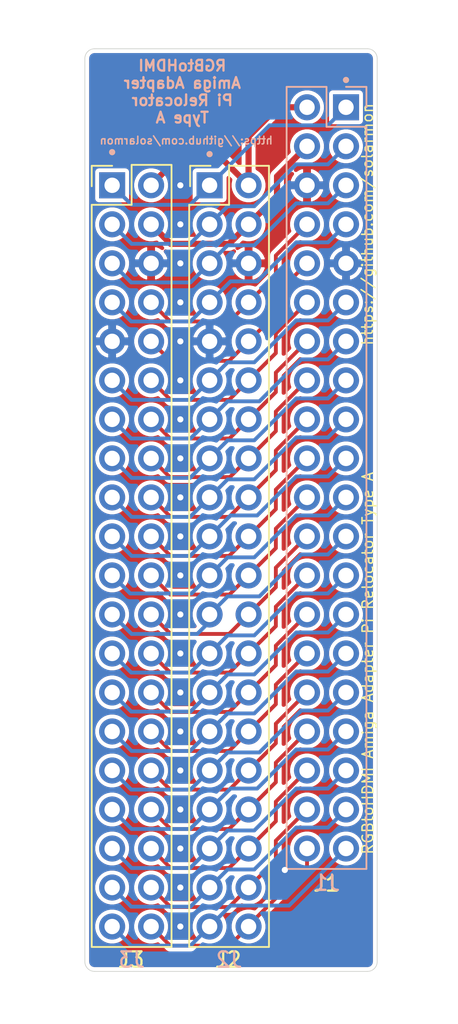
<source format=kicad_pcb>
(kicad_pcb (version 20171130) (host pcbnew "(5.1.9)-1")
  (title_block (title "RGBtoHDMI-Adapter Type A") (date 2021-02-07) (rev 1))
  (layers (0 F.Cu signal) (31 B.Cu signal) (34 B.Paste user) (35 F.Paste user) (36 B.SilkS user) (37 F.SilkS user) (38 B.Mask user) (39 F.Mask user) (44 Edge.Cuts user))
  (net 0 "")
  (net 1 Pin40)
  (net 2 Pin39)
  (net 3 Pin38)
  (net 4 Pin37)
  (net 5 Pin36)
  (net 6 Pin35)
  (net 7 Pin34)
  (net 8 Pin33)
  (net 9 Pin32)
  (net 10 Pin31)
  (net 11 Pin30)
  (net 12 Pin29)
  (net 13 Pin28)
  (net 14 Pin27)
  (net 15 Pin26)
  (net 16 Pin25)
  (net 17 Pin24)
  (net 18 Pin23)
  (net 19 Pin22)
  (net 20 Pin21)
  (net 21 Pin20)
  (net 22 Pin19)
  (net 23 Pin18)
  (net 24 Pin17)
  (net 25 Pin16)
  (net 26 Pin15)
  (net 27 Pin14)
  (net 28 Pin13)
  (net 29 Pin12)
  (net 30 Pin11)
  (net 31 Pin10)
  (net 32 Pin8)
  (net 33 Pin7)
  (net 34 Pin5)
  (net 35 Pin4)
  (net 36 Pin3)
  (net 37 Pin2)
  (net 38 Pin1)
  (net 39 GND)
  (module Connector_PinSocket_2.54mm:PinSocket_2x20_P2.54mm_Vertical (layer F.Cu) (at 93.345 45.72)
    (fp_text reference J3 (at -1.2954 50.419) (layer F.SilkS))
    (fp_text value Conn_02x20_Odd_Even)
    (fp_line (start -3.87 -1.27) (end -2.54 -1.27) (layer F.SilkS) (width 0.12))
    (fp_line (start -3.87 -1.27) (end -3.87 0.06) (layer F.SilkS) (width 0.12))
    (fp_line (start -1.27 -1.33) (end -1.27 1.27) (layer F.SilkS) (width 0.12))
    (fp_line (start -3.87 1.27) (end -1.27 1.27) (layer F.SilkS) (width 0.12))
    (fp_line (start 1.33 -1.33) (end 1.33 49.59) (layer F.SilkS) (width 0.12))
    (fp_line (start -3.87 49.59) (end 1.33 49.59) (layer F.SilkS) (width 0.12))
    (fp_line (start -3.87 1.27) (end -3.87 49.59) (layer F.SilkS) (width 0.12))
    (fp_line (start -1.27 -1.33) (end 1.33 -1.33) (layer F.SilkS) (width 0.12))
    (pad 40 thru_hole oval (at 0 48.26) (size 1.7 1.7) (drill 1) (layers *.Cu *.Mask) (net 1 Pin40))
    (pad 39 thru_hole oval (at -2.54 48.26) (size 1.7 1.7) (drill 1) (layers *.Cu *.Mask) (net 2 Pin39))
    (pad 38 thru_hole oval (at 0 45.72) (size 1.7 1.7) (drill 1) (layers *.Cu *.Mask) (net 3 Pin38))
    (pad 37 thru_hole oval (at -2.54 45.72) (size 1.7 1.7) (drill 1) (layers *.Cu *.Mask) (net 4 Pin37))
    (pad 36 thru_hole oval (at 0 43.18) (size 1.7 1.7) (drill 1) (layers *.Cu *.Mask) (net 5 Pin36))
    (pad 35 thru_hole oval (at -2.54 43.18) (size 1.7 1.7) (drill 1) (layers *.Cu *.Mask) (net 6 Pin35))
    (pad 34 thru_hole oval (at 0 40.64) (size 1.7 1.7) (drill 1) (layers *.Cu *.Mask) (net 7 Pin34))
    (pad 33 thru_hole oval (at -2.54 40.64) (size 1.7 1.7) (drill 1) (layers *.Cu *.Mask) (net 8 Pin33))
    (pad 32 thru_hole oval (at 0 38.1) (size 1.7 1.7) (drill 1) (layers *.Cu *.Mask) (net 9 Pin32))
    (pad 31 thru_hole oval (at -2.54 38.1) (size 1.7 1.7) (drill 1) (layers *.Cu *.Mask) (net 10 Pin31))
    (pad 30 thru_hole oval (at 0 35.56) (size 1.7 1.7) (drill 1) (layers *.Cu *.Mask) (net 11 Pin30))
    (pad 29 thru_hole oval (at -2.54 35.56) (size 1.7 1.7) (drill 1) (layers *.Cu *.Mask) (net 12 Pin29))
    (pad 28 thru_hole oval (at 0 33.02) (size 1.7 1.7) (drill 1) (layers *.Cu *.Mask) (net 13 Pin28))
    (pad 27 thru_hole oval (at -2.54 33.02) (size 1.7 1.7) (drill 1) (layers *.Cu *.Mask) (net 14 Pin27))
    (pad 26 thru_hole oval (at 0 30.48) (size 1.7 1.7) (drill 1) (layers *.Cu *.Mask) (net 15 Pin26))
    (pad 25 thru_hole oval (at -2.54 30.48) (size 1.7 1.7) (drill 1) (layers *.Cu *.Mask) (net 16 Pin25))
    (pad 24 thru_hole oval (at 0 27.94) (size 1.7 1.7) (drill 1) (layers *.Cu *.Mask) (net 17 Pin24))
    (pad 23 thru_hole oval (at -2.54 27.94) (size 1.7 1.7) (drill 1) (layers *.Cu *.Mask) (net 18 Pin23))
    (pad 22 thru_hole oval (at 0 25.4) (size 1.7 1.7) (drill 1) (layers *.Cu *.Mask) (net 19 Pin22))
    (pad 21 thru_hole oval (at -2.54 25.4) (size 1.7 1.7) (drill 1) (layers *.Cu *.Mask) (net 20 Pin21))
    (pad 20 thru_hole oval (at 0 22.86) (size 1.7 1.7) (drill 1) (layers *.Cu *.Mask) (net 21 Pin20))
    (pad 19 thru_hole oval (at -2.54 22.86) (size 1.7 1.7) (drill 1) (layers *.Cu *.Mask) (net 22 Pin19))
    (pad 18 thru_hole oval (at 0 20.32) (size 1.7 1.7) (drill 1) (layers *.Cu *.Mask) (net 23 Pin18))
    (pad 17 thru_hole oval (at -2.54 20.32) (size 1.7 1.7) (drill 1) (layers *.Cu *.Mask) (net 24 Pin17))
    (pad 16 thru_hole oval (at 0 17.78) (size 1.7 1.7) (drill 1) (layers *.Cu *.Mask) (net 25 Pin16))
    (pad 15 thru_hole oval (at -2.54 17.78) (size 1.7 1.7) (drill 1) (layers *.Cu *.Mask) (net 26 Pin15))
    (pad 14 thru_hole oval (at 0 15.24) (size 1.7 1.7) (drill 1) (layers *.Cu *.Mask) (net 27 Pin14))
    (pad 13 thru_hole oval (at -2.54 15.24) (size 1.7 1.7) (drill 1) (layers *.Cu *.Mask) (net 28 Pin13))
    (pad 12 thru_hole oval (at 0 12.7) (size 1.7 1.7) (drill 1) (layers *.Cu *.Mask) (net 29 Pin12))
    (pad 11 thru_hole oval (at -2.54 12.7) (size 1.7 1.7) (drill 1) (layers *.Cu *.Mask) (net 30 Pin11))
    (pad 10 thru_hole oval (at 0 10.16) (size 1.7 1.7) (drill 1) (layers *.Cu *.Mask) (net 31 Pin10))
    (pad 9 thru_hole oval (at -2.54 10.16) (size 1.7 1.7) (drill 1) (layers *.Cu *.Mask) (net 39 GND))
    (pad 8 thru_hole oval (at 0 7.62) (size 1.7 1.7) (drill 1) (layers *.Cu *.Mask) (net 32 Pin8))
    (pad 7 thru_hole oval (at -2.54 7.62) (size 1.7 1.7) (drill 1) (layers *.Cu *.Mask) (net 33 Pin7))
    (pad 6 thru_hole oval (at 0 5.08) (size 1.7 1.7) (drill 1) (layers *.Cu *.Mask) (net 39 GND))
    (pad 5 thru_hole oval (at -2.54 5.08) (size 1.7 1.7) (drill 1) (layers *.Cu *.Mask) (net 34 Pin5))
    (pad 4 thru_hole oval (at 0 2.54) (size 1.7 1.7) (drill 1) (layers *.Cu *.Mask) (net 35 Pin4))
    (pad 3 thru_hole oval (at -2.54 2.54) (size 1.7 1.7) (drill 1) (layers *.Cu *.Mask) (net 36 Pin3))
    (pad 2 thru_hole oval (at 0 0) (size 1.7 1.7) (drill 1) (layers *.Cu *.Mask) (net 37 Pin2))
    (pad 1 thru_hole rect (at -2.54 0) (size 1.7 1.7) (drill 1) (layers *.Cu *.Mask) (net 38 Pin1))
  )
  (module Connector_PinSocket_2.54mm:PinSocket_2x20_P2.54mm_Vertical (layer F.Cu) (at 99.695 45.72)
    (fp_text reference J2 (at -1.3208 50.419) (layer F.SilkS))
    (fp_text value Conn_02x20_Odd_Even hide)
    (fp_line (start -3.81 -1.27) (end -2.48 -1.27) (layer F.SilkS) (width 0.12))
    (fp_line (start -3.81 -1.27) (end -3.81 0.06) (layer F.SilkS) (width 0.12))
    (fp_line (start -1.27 -1.33) (end -1.27 1.27) (layer F.SilkS) (width 0.12))
    (fp_line (start -3.87 1.27) (end -1.27 1.27) (layer F.SilkS) (width 0.12))
    (fp_line (start 1.33 -1.27) (end 1.33 49.59) (layer F.SilkS) (width 0.12))
    (fp_line (start -3.87 49.59) (end 1.33 49.59) (layer F.SilkS) (width 0.12))
    (fp_line (start -3.87 1.27) (end -3.87 49.59) (layer F.SilkS) (width 0.12))
    (fp_line (start -1.27 -1.27) (end 1.33 -1.27) (layer F.SilkS) (width 0.12))
    (pad 40 thru_hole oval (at 0 48.26) (size 1.7 1.7) (drill 1) (layers *.Cu *.Mask) (net 1 Pin40))
    (pad 39 thru_hole oval (at -2.54 48.26) (size 1.7 1.7) (drill 1) (layers *.Cu *.Mask) (net 2 Pin39))
    (pad 38 thru_hole oval (at 0 45.72) (size 1.7 1.7) (drill 1) (layers *.Cu *.Mask) (net 3 Pin38))
    (pad 37 thru_hole oval (at -2.54 45.72) (size 1.7 1.7) (drill 1) (layers *.Cu *.Mask) (net 4 Pin37))
    (pad 36 thru_hole oval (at 0 43.18) (size 1.7 1.7) (drill 1) (layers *.Cu *.Mask) (net 5 Pin36))
    (pad 35 thru_hole oval (at -2.54 43.18) (size 1.7 1.7) (drill 1) (layers *.Cu *.Mask) (net 6 Pin35))
    (pad 34 thru_hole oval (at 0 40.64) (size 1.7 1.7) (drill 1) (layers *.Cu *.Mask) (net 7 Pin34))
    (pad 33 thru_hole oval (at -2.54 40.64) (size 1.7 1.7) (drill 1) (layers *.Cu *.Mask) (net 8 Pin33))
    (pad 32 thru_hole oval (at 0 38.1) (size 1.7 1.7) (drill 1) (layers *.Cu *.Mask) (net 9 Pin32))
    (pad 31 thru_hole oval (at -2.54 38.1) (size 1.7 1.7) (drill 1) (layers *.Cu *.Mask) (net 10 Pin31))
    (pad 30 thru_hole oval (at 0 35.56) (size 1.7 1.7) (drill 1) (layers *.Cu *.Mask) (net 11 Pin30))
    (pad 29 thru_hole oval (at -2.54 35.56) (size 1.7 1.7) (drill 1) (layers *.Cu *.Mask) (net 12 Pin29))
    (pad 28 thru_hole oval (at 0 33.02) (size 1.7 1.7) (drill 1) (layers *.Cu *.Mask) (net 13 Pin28))
    (pad 27 thru_hole oval (at -2.54 33.02) (size 1.7 1.7) (drill 1) (layers *.Cu *.Mask) (net 14 Pin27))
    (pad 26 thru_hole oval (at 0 30.48) (size 1.7 1.7) (drill 1) (layers *.Cu *.Mask) (net 15 Pin26))
    (pad 25 thru_hole oval (at -2.54 30.48) (size 1.7 1.7) (drill 1) (layers *.Cu *.Mask) (net 16 Pin25))
    (pad 24 thru_hole oval (at 0 27.94) (size 1.7 1.7) (drill 1) (layers *.Cu *.Mask) (net 17 Pin24))
    (pad 23 thru_hole oval (at -2.54 27.94) (size 1.7 1.7) (drill 1) (layers *.Cu *.Mask) (net 18 Pin23))
    (pad 22 thru_hole oval (at 0 25.4) (size 1.7 1.7) (drill 1) (layers *.Cu *.Mask) (net 19 Pin22))
    (pad 21 thru_hole oval (at -2.54 25.4) (size 1.7 1.7) (drill 1) (layers *.Cu *.Mask) (net 20 Pin21))
    (pad 20 thru_hole oval (at 0 22.86) (size 1.7 1.7) (drill 1) (layers *.Cu *.Mask) (net 21 Pin20))
    (pad 19 thru_hole oval (at -2.54 22.86) (size 1.7 1.7) (drill 1) (layers *.Cu *.Mask) (net 22 Pin19))
    (pad 18 thru_hole oval (at 0 20.32) (size 1.7 1.7) (drill 1) (layers *.Cu *.Mask) (net 23 Pin18))
    (pad 17 thru_hole oval (at -2.54 20.32) (size 1.7 1.7) (drill 1) (layers *.Cu *.Mask) (net 24 Pin17))
    (pad 16 thru_hole oval (at 0 17.78) (size 1.7 1.7) (drill 1) (layers *.Cu *.Mask) (net 25 Pin16))
    (pad 15 thru_hole oval (at -2.54 17.78) (size 1.7 1.7) (drill 1) (layers *.Cu *.Mask) (net 26 Pin15))
    (pad 14 thru_hole oval (at 0 15.24) (size 1.7 1.7) (drill 1) (layers *.Cu *.Mask) (net 27 Pin14))
    (pad 13 thru_hole oval (at -2.54 15.24) (size 1.7 1.7) (drill 1) (layers *.Cu *.Mask) (net 28 Pin13))
    (pad 12 thru_hole oval (at 0 12.7) (size 1.7 1.7) (drill 1) (layers *.Cu *.Mask) (net 29 Pin12))
    (pad 11 thru_hole oval (at -2.54 12.7) (size 1.7 1.7) (drill 1) (layers *.Cu *.Mask) (net 30 Pin11))
    (pad 10 thru_hole oval (at 0 10.16) (size 1.7 1.7) (drill 1) (layers *.Cu *.Mask) (net 31 Pin10))
    (pad 9 thru_hole oval (at -2.54 10.16) (size 1.7 1.7) (drill 1) (layers *.Cu *.Mask) (net 39 GND))
    (pad 8 thru_hole oval (at 0 7.62) (size 1.7 1.7) (drill 1) (layers *.Cu *.Mask) (net 32 Pin8))
    (pad 7 thru_hole oval (at -2.54 7.62) (size 1.7 1.7) (drill 1) (layers *.Cu *.Mask) (net 33 Pin7))
    (pad 6 thru_hole oval (at 0 5.08) (size 1.7 1.7) (drill 1) (layers *.Cu *.Mask) (net 39 GND))
    (pad 5 thru_hole oval (at -2.54 5.08) (size 1.7 1.7) (drill 1) (layers *.Cu *.Mask) (net 34 Pin5))
    (pad 4 thru_hole oval (at 0 2.54) (size 1.7 1.7) (drill 1) (layers *.Cu *.Mask) (net 35 Pin4))
    (pad 3 thru_hole oval (at -2.54 2.54) (size 1.7 1.7) (drill 1) (layers *.Cu *.Mask) (net 36 Pin3))
    (pad 2 thru_hole oval (at 0 0) (size 1.7 1.7) (drill 1) (layers *.Cu *.Mask) (net 37 Pin2))
    (pad 1 thru_hole rect (at -2.54 0) (size 1.7 1.7) (drill 1) (layers *.Cu *.Mask) (net 38 Pin1))
  )
  (module Connector_PinHeader_2.54mm:PinHeader_2x20_P2.54mm_Vertical (layer B.Cu) (at 106.045 40.64 180)
    (fp_text reference J1 (at 1.2446 -50.4952) (layer B.SilkS) (effects (justify mirror)))
    (fp_text value Conn_02x20_Odd_Even)
    (fp_line (start -1.33 1.33) (end 0 1.33) (layer B.SilkS) (width 0.12))
    (fp_line (start -1.33 0) (end -1.33 1.33) (layer B.SilkS) (width 0.12))
    (fp_line (start 1.27 1.33) (end 3.87 1.33) (layer B.SilkS) (width 0.12))
    (fp_line (start 1.27 -1.27) (end 1.27 1.33) (layer B.SilkS) (width 0.12))
    (fp_line (start -1.33 -1.27) (end 1.27 -1.27) (layer B.SilkS) (width 0.12))
    (fp_line (start 3.87 1.33) (end 3.87 -49.59) (layer B.SilkS) (width 0.12))
    (fp_line (start -1.33 -1.27) (end -1.33 -49.59) (layer B.SilkS) (width 0.12))
    (fp_line (start -1.33 -49.59) (end 3.87 -49.59) (layer B.SilkS) (width 0.12))
    (pad 40 thru_hole oval (at 2.54 -48.26 180) (size 1.7 1.7) (drill 1) (layers *.Cu *.Mask) (net 1 Pin40))
    (pad 39 thru_hole oval (at 0 -48.26 180) (size 1.7 1.7) (drill 1) (layers *.Cu *.Mask) (net 2 Pin39))
    (pad 38 thru_hole oval (at 2.54 -45.72 180) (size 1.7 1.7) (drill 1) (layers *.Cu *.Mask) (net 3 Pin38))
    (pad 37 thru_hole oval (at 0 -45.72 180) (size 1.7 1.7) (drill 1) (layers *.Cu *.Mask) (net 4 Pin37))
    (pad 36 thru_hole oval (at 2.54 -43.18 180) (size 1.7 1.7) (drill 1) (layers *.Cu *.Mask) (net 5 Pin36))
    (pad 35 thru_hole oval (at 0 -43.18 180) (size 1.7 1.7) (drill 1) (layers *.Cu *.Mask) (net 6 Pin35))
    (pad 34 thru_hole oval (at 2.54 -40.64 180) (size 1.7 1.7) (drill 1) (layers *.Cu *.Mask) (net 7 Pin34))
    (pad 33 thru_hole oval (at 0 -40.64 180) (size 1.7 1.7) (drill 1) (layers *.Cu *.Mask) (net 8 Pin33))
    (pad 32 thru_hole oval (at 2.54 -38.1 180) (size 1.7 1.7) (drill 1) (layers *.Cu *.Mask) (net 9 Pin32))
    (pad 31 thru_hole oval (at 0 -38.1 180) (size 1.7 1.7) (drill 1) (layers *.Cu *.Mask) (net 10 Pin31))
    (pad 30 thru_hole oval (at 2.54 -35.56 180) (size 1.7 1.7) (drill 1) (layers *.Cu *.Mask) (net 11 Pin30))
    (pad 29 thru_hole oval (at 0 -35.56 180) (size 1.7 1.7) (drill 1) (layers *.Cu *.Mask) (net 12 Pin29))
    (pad 28 thru_hole oval (at 2.54 -33.02 180) (size 1.7 1.7) (drill 1) (layers *.Cu *.Mask) (net 13 Pin28))
    (pad 27 thru_hole oval (at 0 -33.02 180) (size 1.7 1.7) (drill 1) (layers *.Cu *.Mask) (net 14 Pin27))
    (pad 26 thru_hole oval (at 2.54 -30.48 180) (size 1.7 1.7) (drill 1) (layers *.Cu *.Mask) (net 15 Pin26))
    (pad 25 thru_hole oval (at 0 -30.48 180) (size 1.7 1.7) (drill 1) (layers *.Cu *.Mask) (net 16 Pin25))
    (pad 24 thru_hole oval (at 2.54 -27.94 180) (size 1.7 1.7) (drill 1) (layers *.Cu *.Mask) (net 17 Pin24))
    (pad 23 thru_hole oval (at 0 -27.94 180) (size 1.7 1.7) (drill 1) (layers *.Cu *.Mask) (net 18 Pin23))
    (pad 22 thru_hole oval (at 2.54 -25.4 180) (size 1.7 1.7) (drill 1) (layers *.Cu *.Mask) (net 19 Pin22))
    (pad 21 thru_hole oval (at 0 -25.4 180) (size 1.7 1.7) (drill 1) (layers *.Cu *.Mask) (net 20 Pin21))
    (pad 20 thru_hole oval (at 2.54 -22.86 180) (size 1.7 1.7) (drill 1) (layers *.Cu *.Mask) (net 21 Pin20))
    (pad 19 thru_hole oval (at 0 -22.86 180) (size 1.7 1.7) (drill 1) (layers *.Cu *.Mask) (net 22 Pin19))
    (pad 18 thru_hole oval (at 2.54 -20.32 180) (size 1.7 1.7) (drill 1) (layers *.Cu *.Mask) (net 23 Pin18))
    (pad 17 thru_hole oval (at 0 -20.32 180) (size 1.7 1.7) (drill 1) (layers *.Cu *.Mask) (net 24 Pin17))
    (pad 16 thru_hole oval (at 2.54 -17.78 180) (size 1.7 1.7) (drill 1) (layers *.Cu *.Mask) (net 25 Pin16))
    (pad 15 thru_hole oval (at 0 -17.78 180) (size 1.7 1.7) (drill 1) (layers *.Cu *.Mask) (net 26 Pin15))
    (pad 14 thru_hole oval (at 2.54 -15.24 180) (size 1.7 1.7) (drill 1) (layers *.Cu *.Mask) (net 27 Pin14))
    (pad 13 thru_hole oval (at 0 -15.24 180) (size 1.7 1.7) (drill 1) (layers *.Cu *.Mask) (net 28 Pin13))
    (pad 12 thru_hole oval (at 2.54 -12.7 180) (size 1.7 1.7) (drill 1) (layers *.Cu *.Mask) (net 29 Pin12))
    (pad 11 thru_hole oval (at 0 -12.7 180) (size 1.7 1.7) (drill 1) (layers *.Cu *.Mask) (net 30 Pin11))
    (pad 10 thru_hole oval (at 2.54 -10.16 180) (size 1.7 1.7) (drill 1) (layers *.Cu *.Mask) (net 31 Pin10))
    (pad 9 thru_hole oval (at 0 -10.16 180) (size 1.7 1.7) (drill 1) (layers *.Cu *.Mask) (net 39 GND))
    (pad 8 thru_hole oval (at 2.54 -7.62 180) (size 1.7 1.7) (drill 1) (layers *.Cu *.Mask) (net 32 Pin8))
    (pad 7 thru_hole oval (at 0 -7.62 180) (size 1.7 1.7) (drill 1) (layers *.Cu *.Mask) (net 33 Pin7))
    (pad 6 thru_hole oval (at 2.54 -5.08 180) (size 1.7 1.7) (drill 1) (layers *.Cu *.Mask) (net 39 GND))
    (pad 5 thru_hole oval (at 0 -5.08 180) (size 1.7 1.7) (drill 1) (layers *.Cu *.Mask) (net 34 Pin5))
    (pad 4 thru_hole oval (at 2.54 -2.54 180) (size 1.7 1.7) (drill 1) (layers *.Cu *.Mask) (net 35 Pin4))
    (pad 3 thru_hole oval (at 0 -2.54 180) (size 1.7 1.7) (drill 1) (layers *.Cu *.Mask) (net 36 Pin3))
    (pad 2 thru_hole oval (at 2.54 0 180) (size 1.7 1.7) (drill 1) (layers *.Cu *.Mask) (net 37 Pin2))
    (pad 1 thru_hole rect (at 0 0 180) (size 1.7 1.7) (drill 1) (layers *.Cu *.Mask) (net 38 Pin1))
  )
  (gr_circle (center 90.805 43.561) (end 90.905 43.561) (layer B.SilkS) (width 0.2))
  (gr_circle (center 97.155 43.688) (end 97.255 43.688) (layer B.SilkS) (width 0.2))
  (gr_text J3 (at 92.075 96.139) (layer B.SilkS) (effects (font (size 1 1)) (justify mirror)))
  (gr_text J2 (at 98.425 96.139) (layer B.SilkS) (effects (font (size 1 1)) (justify mirror)))
  (gr_text J1 (at 104.775 91.186) (layer F.SilkS) (effects (font (size 1 1))))
  (gr_circle (center 106.045 38.862) (end 106.145 38.862) (layer F.SilkS) (width 0.2))
  (gr_text "RGBtoHDMI Amiga Adapter Pi Relocator Type A" (at 107.4674 76.835 90) (layer F.SilkS) (effects (font (size 0.7 0.7) (thickness 0.1))))
  (gr_text https://github.com/solarmon (at 95.631 42.799) (layer B.SilkS) (effects (font (size 0.5 0.5) (thickness 0.1)) (justify mirror)))
  (gr_circle (center 90.805 43.561) (end 90.905 43.561) (layer F.SilkS) (width 0.2))
  (gr_text https://github.com/solarmon (at 107.442 48.26 90) (layer F.SilkS) (effects (font (size 0.7 0.7) (thickness 0.1))))
  (gr_circle (center 97.155 43.688) (end 97.255 43.688) (layer F.SilkS) (width 0.2))
  (gr_circle (center 106.045 38.862) (end 106.145 38.862) (layer B.SilkS) (width 0.2))
  (gr_text "RGBtoHDMI\nAmiga Adapter\nPi Relocator\nType A" (at 95.377 39.624) (layer B.SilkS) (effects (font (size 0.7 0.7)) (justify mirror)))
  (gr_arc (start 107.442 37.465) (end 108.077 37.465) (angle -90) (layer Edge.Cuts) (width 0.05))
  (gr_arc (start 89.662 37.465) (end 89.662 36.83) (angle -90) (layer Edge.Cuts) (width 0.05))
  (gr_arc (start 89.662 96.266) (end 89.027 96.266) (angle -90) (layer Edge.Cuts) (width 0.05))
  (gr_arc (start 107.442 96.266) (end 107.442 96.901) (angle -90) (layer Edge.Cuts) (width 0.05))
  (gr_line (start 89.662 96.901) (end 107.442 96.901) (layer Edge.Cuts) (width 0.05))
  (gr_line (start 89.027 37.465) (end 89.027 96.266) (layer Edge.Cuts) (width 0.05))
  (gr_line (start 107.442 36.83) (end 89.662 36.83) (layer Edge.Cuts) (width 0.05))
  (gr_line (start 108.077 96.266) (end 108.077 37.465) (layer Edge.Cuts) (width 0.05))
  (segment (start 99.695 93.912081) (end 99.695 93.98) (width 0.25) (layer F.Cu) (net 1))
  (segment (start 103.505 90.102081) (end 99.695 93.912081) (width 0.25) (layer F.Cu) (net 1))
  (segment (start 103.505 88.9) (end 103.505 90.102081) (width 0.25) (layer F.Cu) (net 1))
  (segment (start 94.5896 95.2246) (end 93.345 93.98) (width 0.25) (layer F.Cu) (net 1))
  (segment (start 98.4504 95.2246) (end 94.5896 95.2246) (width 0.25) (layer F.Cu) (net 1))
  (segment (start 99.695 93.98) (end 98.4504 95.2246) (width 0.25) (layer F.Cu) (net 1))
  (segment (start 98.519999 92.615001) (end 97.155 93.98) (width 0.25) (layer B.Cu) (net 2))
  (segment (start 102.329999 92.615001) (end 98.519999 92.615001) (width 0.25) (layer B.Cu) (net 2))
  (segment (start 106.045 88.9) (end 102.329999 92.615001) (width 0.25) (layer B.Cu) (net 2))
  (segment (start 92.0496 95.2246) (end 90.805 93.98) (width 0.25) (layer B.Cu) (net 2))
  (segment (start 95.9104 95.2246) (end 92.0496 95.2246) (width 0.25) (layer B.Cu) (net 2))
  (segment (start 97.155 93.98) (end 95.9104 95.2246) (width 0.25) (layer B.Cu) (net 2))
  (segment (start 98.425 92.71) (end 94.615 92.71) (width 0.25) (layer F.Cu) (net 3))
  (segment (start 94.615 92.71) (end 93.345 91.44) (width 0.25) (layer F.Cu) (net 3))
  (segment (start 99.695 91.44) (end 98.425 92.71) (width 0.25) (layer F.Cu) (net 3))
  (segment (start 101.473 89.662) (end 99.695 91.44) (width 0.25) (layer F.Cu) (net 3))
  (segment (start 101.473 88.392) (end 101.473 89.662) (width 0.25) (layer F.Cu) (net 3))
  (segment (start 103.505 86.36) (end 101.473 88.392) (width 0.25) (layer F.Cu) (net 3))
  (segment (start 98.330001 90.264999) (end 97.155 91.44) (width 0.25) (layer B.Cu) (net 4))
  (segment (start 102.799001 87.535001) (end 100.069003 90.264999) (width 0.25) (layer B.Cu) (net 4))
  (segment (start 104.869999 87.535001) (end 102.799001 87.535001) (width 0.25) (layer B.Cu) (net 4))
  (segment (start 100.069003 90.264999) (end 98.330001 90.264999) (width 0.25) (layer B.Cu) (net 4))
  (segment (start 106.045 86.36) (end 104.869999 87.535001) (width 0.25) (layer B.Cu) (net 4))
  (segment (start 92.0496 92.6846) (end 90.805 91.44) (width 0.25) (layer B.Cu) (net 4))
  (segment (start 95.9104 92.6846) (end 92.0496 92.6846) (width 0.25) (layer B.Cu) (net 4))
  (segment (start 97.155 91.44) (end 95.9104 92.6846) (width 0.25) (layer B.Cu) (net 4))
  (segment (start 98.425 90.17) (end 94.615 90.17) (width 0.25) (layer F.Cu) (net 5))
  (segment (start 94.615 90.17) (end 93.345 88.9) (width 0.25) (layer F.Cu) (net 5))
  (segment (start 99.695 88.9) (end 98.425 90.17) (width 0.25) (layer F.Cu) (net 5))
  (segment (start 101.473 87.122) (end 99.695 88.9) (width 0.25) (layer F.Cu) (net 5))
  (segment (start 101.473 85.852) (end 101.473 87.122) (width 0.25) (layer F.Cu) (net 5))
  (segment (start 103.505 83.82) (end 101.473 85.852) (width 0.25) (layer F.Cu) (net 5))
  (segment (start 98.330001 87.724999) (end 97.155 88.9) (width 0.25) (layer B.Cu) (net 6))
  (segment (start 100.069003 87.724999) (end 98.330001 87.724999) (width 0.25) (layer B.Cu) (net 6))
  (segment (start 102.799001 84.995001) (end 100.069003 87.724999) (width 0.25) (layer B.Cu) (net 6))
  (segment (start 104.869999 84.995001) (end 102.799001 84.995001) (width 0.25) (layer B.Cu) (net 6))
  (segment (start 106.045 83.82) (end 104.869999 84.995001) (width 0.25) (layer B.Cu) (net 6))
  (segment (start 92.075 90.17) (end 90.805 88.9) (width 0.25) (layer B.Cu) (net 6))
  (segment (start 95.885 90.17) (end 92.075 90.17) (width 0.25) (layer B.Cu) (net 6))
  (segment (start 97.155 88.9) (end 95.885 90.17) (width 0.25) (layer B.Cu) (net 6))
  (segment (start 94.615 87.63) (end 93.345 86.36) (width 0.25) (layer F.Cu) (net 7))
  (segment (start 98.425 87.63) (end 94.615 87.63) (width 0.25) (layer F.Cu) (net 7))
  (segment (start 99.695 86.36) (end 98.425 87.63) (width 0.25) (layer F.Cu) (net 7))
  (segment (start 101.473 84.582) (end 99.695 86.36) (width 0.25) (layer F.Cu) (net 7))
  (segment (start 101.473 83.312) (end 101.473 84.582) (width 0.25) (layer F.Cu) (net 7))
  (segment (start 103.505 81.28) (end 101.473 83.312) (width 0.25) (layer F.Cu) (net 7))
  (segment (start 98.519999 84.995001) (end 97.155 86.36) (width 0.25) (layer B.Cu) (net 8))
  (segment (start 100.259001 84.995001) (end 98.519999 84.995001) (width 0.25) (layer B.Cu) (net 8))
  (segment (start 102.799001 82.455001) (end 100.259001 84.995001) (width 0.25) (layer B.Cu) (net 8))
  (segment (start 104.869999 82.455001) (end 102.799001 82.455001) (width 0.25) (layer B.Cu) (net 8))
  (segment (start 106.045 81.28) (end 104.869999 82.455001) (width 0.25) (layer B.Cu) (net 8))
  (segment (start 92.075 87.63) (end 90.805 86.36) (width 0.25) (layer B.Cu) (net 8))
  (segment (start 95.885 87.63) (end 92.075 87.63) (width 0.25) (layer B.Cu) (net 8))
  (segment (start 97.155 86.36) (end 95.885 87.63) (width 0.25) (layer B.Cu) (net 8))
  (segment (start 94.5896 85.0646) (end 93.345 83.82) (width 0.25) (layer F.Cu) (net 9))
  (segment (start 98.4504 85.0646) (end 94.5896 85.0646) (width 0.25) (layer F.Cu) (net 9))
  (segment (start 99.695 83.82) (end 98.4504 85.0646) (width 0.25) (layer F.Cu) (net 9))
  (segment (start 101.473 82.042) (end 99.695 83.82) (width 0.25) (layer F.Cu) (net 9))
  (segment (start 101.473 80.772) (end 101.473 82.042) (width 0.25) (layer F.Cu) (net 9))
  (segment (start 103.505 78.74) (end 101.473 80.772) (width 0.25) (layer F.Cu) (net 9))
  (segment (start 98.330001 82.644999) (end 97.155 83.82) (width 0.25) (layer B.Cu) (net 10))
  (segment (start 100.400999 82.644999) (end 98.330001 82.644999) (width 0.25) (layer B.Cu) (net 10))
  (segment (start 104.869999 79.915001) (end 103.130997 79.915001) (width 0.25) (layer B.Cu) (net 10))
  (segment (start 103.130997 79.915001) (end 100.400999 82.644999) (width 0.25) (layer B.Cu) (net 10))
  (segment (start 106.045 78.74) (end 104.869999 79.915001) (width 0.25) (layer B.Cu) (net 10))
  (segment (start 92.0496 85.0646) (end 90.805 83.82) (width 0.25) (layer B.Cu) (net 10))
  (segment (start 95.9104 85.0646) (end 92.0496 85.0646) (width 0.25) (layer B.Cu) (net 10))
  (segment (start 97.155 83.82) (end 95.9104 85.0646) (width 0.25) (layer B.Cu) (net 10))
  (segment (start 94.615 82.55) (end 93.345 81.28) (width 0.25) (layer F.Cu) (net 11))
  (segment (start 98.425 82.55) (end 94.615 82.55) (width 0.25) (layer F.Cu) (net 11))
  (segment (start 99.695 81.28) (end 98.425 82.55) (width 0.25) (layer F.Cu) (net 11))
  (segment (start 101.473 79.502) (end 99.695 81.28) (width 0.25) (layer F.Cu) (net 11))
  (segment (start 101.473 78.232) (end 101.473 79.502) (width 0.25) (layer F.Cu) (net 11))
  (segment (start 103.505 76.2) (end 101.473 78.232) (width 0.25) (layer F.Cu) (net 11))
  (segment (start 98.330001 80.104999) (end 97.155 81.28) (width 0.25) (layer B.Cu) (net 12))
  (segment (start 100.069003 80.104999) (end 98.330001 80.104999) (width 0.25) (layer B.Cu) (net 12))
  (segment (start 102.799001 77.375001) (end 100.069003 80.104999) (width 0.25) (layer B.Cu) (net 12))
  (segment (start 104.869999 77.375001) (end 102.799001 77.375001) (width 0.25) (layer B.Cu) (net 12))
  (segment (start 106.045 76.2) (end 104.869999 77.375001) (width 0.25) (layer B.Cu) (net 12))
  (segment (start 92.075 82.55) (end 90.805 81.28) (width 0.25) (layer B.Cu) (net 12))
  (segment (start 95.885 82.55) (end 92.075 82.55) (width 0.25) (layer B.Cu) (net 12))
  (segment (start 97.155 81.28) (end 95.885 82.55) (width 0.25) (layer B.Cu) (net 12))
  (segment (start 94.615 80.01) (end 93.345 78.74) (width 0.25) (layer F.Cu) (net 13))
  (segment (start 98.425 80.01) (end 94.615 80.01) (width 0.25) (layer F.Cu) (net 13))
  (segment (start 99.695 78.74) (end 98.425 80.01) (width 0.25) (layer F.Cu) (net 13))
  (segment (start 101.473 76.962) (end 99.695 78.74) (width 0.25) (layer F.Cu) (net 13))
  (segment (start 101.473 75.692) (end 101.473 76.962) (width 0.25) (layer F.Cu) (net 13))
  (segment (start 103.505 73.66) (end 101.473 75.692) (width 0.25) (layer F.Cu) (net 13))
  (segment (start 100.069003 77.564999) (end 98.330001 77.564999) (width 0.25) (layer B.Cu) (net 14))
  (segment (start 102.799001 74.835001) (end 100.069003 77.564999) (width 0.25) (layer B.Cu) (net 14))
  (segment (start 104.869999 74.835001) (end 102.799001 74.835001) (width 0.25) (layer B.Cu) (net 14))
  (segment (start 98.330001 77.564999) (end 97.155 78.74) (width 0.25) (layer B.Cu) (net 14))
  (segment (start 106.045 73.66) (end 104.869999 74.835001) (width 0.25) (layer B.Cu) (net 14))
  (segment (start 92.0496 79.9846) (end 90.805 78.74) (width 0.25) (layer B.Cu) (net 14))
  (segment (start 95.9104 79.9846) (end 92.0496 79.9846) (width 0.25) (layer B.Cu) (net 14))
  (segment (start 97.155 78.74) (end 95.9104 79.9846) (width 0.25) (layer B.Cu) (net 14))
  (segment (start 94.5896 77.4446) (end 93.345 76.2) (width 0.25) (layer F.Cu) (net 15))
  (segment (start 98.4504 77.4446) (end 94.5896 77.4446) (width 0.25) (layer F.Cu) (net 15))
  (segment (start 99.695 76.2) (end 98.4504 77.4446) (width 0.25) (layer F.Cu) (net 15))
  (segment (start 101.473 74.422) (end 99.695 76.2) (width 0.25) (layer F.Cu) (net 15))
  (segment (start 101.473 73.152) (end 101.473 74.422) (width 0.25) (layer F.Cu) (net 15))
  (segment (start 103.505 71.12) (end 101.473 73.152) (width 0.25) (layer F.Cu) (net 15))
  (segment (start 98.330001 75.024999) (end 97.155 76.2) (width 0.25) (layer B.Cu) (net 16))
  (segment (start 100.069003 75.024999) (end 98.330001 75.024999) (width 0.25) (layer B.Cu) (net 16))
  (segment (start 102.799001 72.295001) (end 100.069003 75.024999) (width 0.25) (layer B.Cu) (net 16))
  (segment (start 104.869999 72.295001) (end 102.799001 72.295001) (width 0.25) (layer B.Cu) (net 16))
  (segment (start 106.045 71.12) (end 104.869999 72.295001) (width 0.25) (layer B.Cu) (net 16))
  (segment (start 95.9104 77.4446) (end 92.0496 77.4446) (width 0.25) (layer B.Cu) (net 16))
  (segment (start 92.0496 77.4446) (end 90.805 76.2) (width 0.25) (layer B.Cu) (net 16))
  (segment (start 97.155 76.2) (end 95.9104 77.4446) (width 0.25) (layer B.Cu) (net 16))
  (segment (start 98.425 74.93) (end 94.615 74.93) (width 0.25) (layer F.Cu) (net 17))
  (segment (start 94.615 74.93) (end 93.345 73.66) (width 0.25) (layer F.Cu) (net 17))
  (segment (start 99.695 73.66) (end 98.425 74.93) (width 0.25) (layer F.Cu) (net 17))
  (segment (start 101.473 71.882) (end 99.695 73.66) (width 0.25) (layer F.Cu) (net 17))
  (segment (start 101.473 70.612) (end 101.473 71.882) (width 0.25) (layer F.Cu) (net 17))
  (segment (start 103.505 68.58) (end 101.473 70.612) (width 0.25) (layer F.Cu) (net 17))
  (segment (start 98.330001 72.484999) (end 97.155 73.66) (width 0.25) (layer B.Cu) (net 18))
  (segment (start 100.400999 72.484999) (end 98.330001 72.484999) (width 0.25) (layer B.Cu) (net 18))
  (segment (start 103.130997 69.755001) (end 100.400999 72.484999) (width 0.25) (layer B.Cu) (net 18))
  (segment (start 104.869999 69.755001) (end 103.130997 69.755001) (width 0.25) (layer B.Cu) (net 18))
  (segment (start 106.045 68.58) (end 104.869999 69.755001) (width 0.25) (layer B.Cu) (net 18))
  (segment (start 92.075 74.93) (end 90.805 73.66) (width 0.25) (layer B.Cu) (net 18))
  (segment (start 96.354002 74.93) (end 92.075 74.93) (width 0.25) (layer B.Cu) (net 18))
  (segment (start 97.155 74.129002) (end 96.354002 74.93) (width 0.25) (layer B.Cu) (net 18))
  (segment (start 97.155 73.66) (end 97.155 74.129002) (width 0.25) (layer B.Cu) (net 18))
  (segment (start 94.5896 72.3646) (end 93.345 71.12) (width 0.25) (layer F.Cu) (net 19))
  (segment (start 98.4504 72.3646) (end 94.5896 72.3646) (width 0.25) (layer F.Cu) (net 19))
  (segment (start 99.695 71.12) (end 98.4504 72.3646) (width 0.25) (layer F.Cu) (net 19))
  (segment (start 101.473 69.342) (end 99.695 71.12) (width 0.25) (layer F.Cu) (net 19))
  (segment (start 101.473 68.072) (end 101.473 69.342) (width 0.25) (layer F.Cu) (net 19))
  (segment (start 103.505 66.04) (end 101.473 68.072) (width 0.25) (layer F.Cu) (net 19))
  (segment (start 100.069003 69.944999) (end 98.330001 69.944999) (width 0.25) (layer B.Cu) (net 20))
  (segment (start 98.330001 69.944999) (end 97.155 71.12) (width 0.25) (layer B.Cu) (net 20))
  (segment (start 102.799001 67.215001) (end 100.069003 69.944999) (width 0.25) (layer B.Cu) (net 20))
  (segment (start 104.869999 67.215001) (end 102.799001 67.215001) (width 0.25) (layer B.Cu) (net 20))
  (segment (start 106.045 66.04) (end 104.869999 67.215001) (width 0.25) (layer B.Cu) (net 20))
  (segment (start 91.980001 72.295001) (end 90.805 71.12) (width 0.25) (layer B.Cu) (net 20))
  (segment (start 95.979999 72.295001) (end 91.980001 72.295001) (width 0.25) (layer B.Cu) (net 20))
  (segment (start 97.155 71.12) (end 95.979999 72.295001) (width 0.25) (layer B.Cu) (net 20))
  (segment (start 94.615 69.85) (end 93.345 68.58) (width 0.25) (layer F.Cu) (net 21))
  (segment (start 98.425 69.85) (end 94.615 69.85) (width 0.25) (layer F.Cu) (net 21))
  (segment (start 99.695 68.58) (end 98.425 69.85) (width 0.25) (layer F.Cu) (net 21))
  (segment (start 101.473 66.802) (end 99.695 68.58) (width 0.25) (layer F.Cu) (net 21))
  (segment (start 101.473 65.532) (end 101.473 66.802) (width 0.25) (layer F.Cu) (net 21))
  (segment (start 103.505 63.5) (end 101.473 65.532) (width 0.25) (layer F.Cu) (net 21))
  (segment (start 100.259001 67.215001) (end 98.519999 67.215001) (width 0.25) (layer B.Cu) (net 22))
  (segment (start 98.519999 67.215001) (end 97.155 68.58) (width 0.25) (layer B.Cu) (net 22))
  (segment (start 102.799001 64.675001) (end 100.259001 67.215001) (width 0.25) (layer B.Cu) (net 22))
  (segment (start 104.869999 64.675001) (end 102.799001 64.675001) (width 0.25) (layer B.Cu) (net 22))
  (segment (start 106.045 63.5) (end 104.869999 64.675001) (width 0.25) (layer B.Cu) (net 22))
  (segment (start 92.075 69.85) (end 90.805 68.58) (width 0.25) (layer B.Cu) (net 22))
  (segment (start 95.885 69.85) (end 92.075 69.85) (width 0.25) (layer B.Cu) (net 22))
  (segment (start 97.155 68.58) (end 95.885 69.85) (width 0.25) (layer B.Cu) (net 22))
  (segment (start 94.615 67.31) (end 93.345 66.04) (width 0.25) (layer F.Cu) (net 23))
  (segment (start 98.425 67.31) (end 94.615 67.31) (width 0.25) (layer F.Cu) (net 23))
  (segment (start 99.695 66.04) (end 98.425 67.31) (width 0.25) (layer F.Cu) (net 23))
  (segment (start 101.473 64.262) (end 99.695 66.04) (width 0.25) (layer F.Cu) (net 23))
  (segment (start 101.473 62.992) (end 101.473 64.262) (width 0.25) (layer F.Cu) (net 23))
  (segment (start 103.505 60.96) (end 101.473 62.992) (width 0.25) (layer F.Cu) (net 23))
  (segment (start 98.330001 64.864999) (end 97.155 66.04) (width 0.25) (layer B.Cu) (net 24))
  (segment (start 100.069003 64.864999) (end 98.330001 64.864999) (width 0.25) (layer B.Cu) (net 24))
  (segment (start 102.799001 62.135001) (end 100.069003 64.864999) (width 0.25) (layer B.Cu) (net 24))
  (segment (start 104.869999 62.135001) (end 102.799001 62.135001) (width 0.25) (layer B.Cu) (net 24))
  (segment (start 106.045 60.96) (end 104.869999 62.135001) (width 0.25) (layer B.Cu) (net 24))
  (segment (start 92.075 67.31) (end 90.805 66.04) (width 0.25) (layer B.Cu) (net 24))
  (segment (start 95.885 67.31) (end 92.075 67.31) (width 0.25) (layer B.Cu) (net 24))
  (segment (start 97.155 66.04) (end 95.885 67.31) (width 0.25) (layer B.Cu) (net 24))
  (segment (start 94.5642 64.7192) (end 93.345 63.5) (width 0.25) (layer F.Cu) (net 25))
  (segment (start 98.4758 64.7192) (end 94.5642 64.7192) (width 0.25) (layer F.Cu) (net 25))
  (segment (start 99.695 63.5) (end 98.4758 64.7192) (width 0.25) (layer F.Cu) (net 25))
  (segment (start 101.473 61.722) (end 99.695 63.5) (width 0.25) (layer F.Cu) (net 25))
  (segment (start 101.473 60.452) (end 101.473 61.722) (width 0.25) (layer F.Cu) (net 25))
  (segment (start 103.505 58.42) (end 101.473 60.452) (width 0.25) (layer F.Cu) (net 25))
  (segment (start 98.330001 62.324999) (end 97.155 63.5) (width 0.25) (layer B.Cu) (net 26))
  (segment (start 102.799001 59.595001) (end 100.069003 62.324999) (width 0.25) (layer B.Cu) (net 26))
  (segment (start 100.069003 62.324999) (end 98.330001 62.324999) (width 0.25) (layer B.Cu) (net 26))
  (segment (start 104.869999 59.595001) (end 102.799001 59.595001) (width 0.25) (layer B.Cu) (net 26))
  (segment (start 106.045 58.42) (end 104.869999 59.595001) (width 0.25) (layer B.Cu) (net 26))
  (segment (start 92.075 64.77) (end 90.805 63.5) (width 0.25) (layer B.Cu) (net 26))
  (segment (start 95.885 64.77) (end 92.075 64.77) (width 0.25) (layer B.Cu) (net 26))
  (segment (start 97.155 63.5) (end 95.885 64.77) (width 0.25) (layer B.Cu) (net 26))
  (segment (start 94.5896 62.2046) (end 93.345 60.96) (width 0.25) (layer F.Cu) (net 27))
  (segment (start 98.4504 62.2046) (end 94.5896 62.2046) (width 0.25) (layer F.Cu) (net 27))
  (segment (start 99.695 60.96) (end 98.4504 62.2046) (width 0.25) (layer F.Cu) (net 27))
  (segment (start 101.473 59.182) (end 99.695 60.96) (width 0.25) (layer F.Cu) (net 27))
  (segment (start 101.473 57.912) (end 101.473 59.182) (width 0.25) (layer F.Cu) (net 27))
  (segment (start 103.505 55.88) (end 101.473 57.912) (width 0.25) (layer F.Cu) (net 27))
  (segment (start 98.330001 59.784999) (end 97.155 60.96) (width 0.25) (layer B.Cu) (net 28))
  (segment (start 100.400999 59.784999) (end 98.330001 59.784999) (width 0.25) (layer B.Cu) (net 28))
  (segment (start 103.130997 57.055001) (end 100.400999 59.784999) (width 0.25) (layer B.Cu) (net 28))
  (segment (start 104.869999 57.055001) (end 103.130997 57.055001) (width 0.25) (layer B.Cu) (net 28))
  (segment (start 106.045 55.88) (end 104.869999 57.055001) (width 0.25) (layer B.Cu) (net 28))
  (segment (start 92.0496 62.2046) (end 90.805 60.96) (width 0.25) (layer B.Cu) (net 28))
  (segment (start 95.9104 62.2046) (end 92.0496 62.2046) (width 0.25) (layer B.Cu) (net 28))
  (segment (start 97.155 60.96) (end 95.9104 62.2046) (width 0.25) (layer B.Cu) (net 28))
  (segment (start 94.615 59.69) (end 93.345 58.42) (width 0.25) (layer F.Cu) (net 29))
  (segment (start 98.425 59.69) (end 94.615 59.69) (width 0.25) (layer F.Cu) (net 29))
  (segment (start 99.695 58.42) (end 98.425 59.69) (width 0.25) (layer F.Cu) (net 29))
  (segment (start 101.473 56.642) (end 99.695 58.42) (width 0.25) (layer F.Cu) (net 29))
  (segment (start 101.473 55.372) (end 101.473 56.642) (width 0.25) (layer F.Cu) (net 29))
  (segment (start 103.505 53.34) (end 101.473 55.372) (width 0.25) (layer F.Cu) (net 29))
  (segment (start 100.069003 57.244999) (end 98.330001 57.244999) (width 0.25) (layer B.Cu) (net 30))
  (segment (start 102.799001 54.515001) (end 100.069003 57.244999) (width 0.25) (layer B.Cu) (net 30))
  (segment (start 104.869999 54.515001) (end 102.799001 54.515001) (width 0.25) (layer B.Cu) (net 30))
  (segment (start 98.330001 57.244999) (end 97.155 58.42) (width 0.25) (layer B.Cu) (net 30))
  (segment (start 106.045 53.34) (end 104.869999 54.515001) (width 0.25) (layer B.Cu) (net 30))
  (segment (start 92.075 59.69) (end 90.805 58.42) (width 0.25) (layer B.Cu) (net 30))
  (segment (start 95.885 59.69) (end 92.075 59.69) (width 0.25) (layer B.Cu) (net 30))
  (segment (start 97.155 58.42) (end 95.885 59.69) (width 0.25) (layer B.Cu) (net 30))
  (segment (start 94.615 57.15) (end 93.345 55.88) (width 0.25) (layer F.Cu) (net 31))
  (segment (start 98.425 57.15) (end 95.25 57.15) (width 0.25) (layer F.Cu) (net 31))
  (segment (start 99.695 55.88) (end 98.425 57.15) (width 0.25) (layer F.Cu) (net 31))
  (segment (start 95.25 57.15) (end 94.615 57.15) (width 0.25) (layer F.Cu) (net 31))
  (segment (start 101.473 54.102) (end 99.695 55.88) (width 0.25) (layer F.Cu) (net 31))
  (segment (start 101.473 52.832) (end 101.473 54.102) (width 0.25) (layer F.Cu) (net 31))
  (segment (start 103.505 50.8) (end 101.473 52.832) (width 0.25) (layer F.Cu) (net 31))
  (segment (start 94.5896 54.5846) (end 93.345 53.34) (width 0.25) (layer F.Cu) (net 32))
  (segment (start 98.4504 54.5846) (end 94.5896 54.5846) (width 0.25) (layer F.Cu) (net 32))
  (segment (start 99.695 53.34) (end 98.4504 54.5846) (width 0.25) (layer F.Cu) (net 32))
  (segment (start 101.473 51.562) (end 99.695 53.34) (width 0.25) (layer F.Cu) (net 32))
  (segment (start 101.473 50.292) (end 101.473 51.562) (width 0.25) (layer F.Cu) (net 32))
  (segment (start 103.505 48.26) (end 101.473 50.292) (width 0.25) (layer F.Cu) (net 32))
  (segment (start 98.519999 51.975001) (end 97.155 53.34) (width 0.25) (layer B.Cu) (net 33))
  (segment (start 100.259001 51.975001) (end 98.519999 51.975001) (width 0.25) (layer B.Cu) (net 33))
  (segment (start 102.799001 49.435001) (end 100.259001 51.975001) (width 0.25) (layer B.Cu) (net 33))
  (segment (start 104.869999 49.435001) (end 102.799001 49.435001) (width 0.25) (layer B.Cu) (net 33))
  (segment (start 106.045 48.26) (end 104.869999 49.435001) (width 0.25) (layer B.Cu) (net 33))
  (segment (start 92.0496 54.5846) (end 90.805 53.34) (width 0.25) (layer B.Cu) (net 33))
  (segment (start 95.9104 54.5846) (end 92.0496 54.5846) (width 0.25) (layer B.Cu) (net 33))
  (segment (start 97.155 53.34) (end 95.9104 54.5846) (width 0.25) (layer B.Cu) (net 33))
  (segment (start 98.330001 49.624999) (end 97.155 50.8) (width 0.25) (layer B.Cu) (net 34))
  (segment (start 100.069003 49.624999) (end 98.330001 49.624999) (width 0.25) (layer B.Cu) (net 34))
  (segment (start 102.799001 46.895001) (end 100.069003 49.624999) (width 0.25) (layer B.Cu) (net 34))
  (segment (start 104.869999 46.895001) (end 102.799001 46.895001) (width 0.25) (layer B.Cu) (net 34))
  (segment (start 106.045 45.72) (end 104.869999 46.895001) (width 0.25) (layer B.Cu) (net 34))
  (segment (start 92.0496 52.0446) (end 90.805 50.8) (width 0.25) (layer B.Cu) (net 34))
  (segment (start 95.9104 52.0446) (end 92.0496 52.0446) (width 0.25) (layer B.Cu) (net 34))
  (segment (start 97.155 50.8) (end 95.9104 52.0446) (width 0.25) (layer B.Cu) (net 34))
  (segment (start 94.615 49.53) (end 93.345 48.26) (width 0.4) (layer F.Cu) (net 35))
  (segment (start 98.425 49.53) (end 94.615 49.53) (width 0.4) (layer F.Cu) (net 35))
  (segment (start 99.695 48.26) (end 98.425 49.53) (width 0.4) (layer F.Cu) (net 35))
  (segment (start 101.5492 46.4058) (end 99.695 48.26) (width 0.4) (layer F.Cu) (net 35))
  (segment (start 101.5492 45.1358) (end 101.5492 46.4058) (width 0.4) (layer F.Cu) (net 35))
  (segment (start 103.505 43.18) (end 101.5492 45.1358) (width 0.4) (layer F.Cu) (net 35))
  (segment (start 98.330001 47.084999) (end 97.155 48.26) (width 0.25) (layer B.Cu) (net 36))
  (segment (start 100.069003 47.084999) (end 98.330001 47.084999) (width 0.25) (layer B.Cu) (net 36))
  (segment (start 102.799001 44.355001) (end 100.069003 47.084999) (width 0.25) (layer B.Cu) (net 36))
  (segment (start 104.869999 44.355001) (end 102.799001 44.355001) (width 0.25) (layer B.Cu) (net 36))
  (segment (start 106.045 43.18) (end 104.869999 44.355001) (width 0.25) (layer B.Cu) (net 36))
  (segment (start 92.075 49.53) (end 90.805 48.26) (width 0.25) (layer B.Cu) (net 36))
  (segment (start 95.885 49.53) (end 92.075 49.53) (width 0.25) (layer B.Cu) (net 36))
  (segment (start 97.155 48.26) (end 95.885 49.53) (width 0.25) (layer B.Cu) (net 36))
  (segment (start 99.695 42.545) (end 99.695 45.72) (width 0.4) (layer F.Cu) (net 37))
  (segment (start 101.6 40.64) (end 99.695 42.545) (width 0.4) (layer F.Cu) (net 37))
  (segment (start 103.505 40.64) (end 101.6 40.64) (width 0.4) (layer F.Cu) (net 37))
  (segment (start 93.345 45.6946) (end 93.345 45.72) (width 0.4) (layer F.Cu) (net 37))
  (segment (start 95.2246 43.815) (end 93.345 45.6946) (width 0.4) (layer F.Cu) (net 37))
  (segment (start 97.79 43.815) (end 95.2246 43.815) (width 0.4) (layer F.Cu) (net 37))
  (segment (start 99.695 45.72) (end 97.79 43.815) (width 0.4) (layer F.Cu) (net 37))
  (segment (start 101.059999 41.815001) (end 97.155 45.72) (width 0.25) (layer B.Cu) (net 38))
  (segment (start 104.869999 41.815001) (end 101.059999 41.815001) (width 0.25) (layer B.Cu) (net 38))
  (segment (start 106.045 40.64) (end 104.869999 41.815001) (width 0.25) (layer B.Cu) (net 38))
  (segment (start 92.075 46.99) (end 90.805 45.72) (width 0.25) (layer B.Cu) (net 38))
  (segment (start 95.885 46.99) (end 92.075 46.99) (width 0.25) (layer B.Cu) (net 38))
  (segment (start 97.155 45.72) (end 95.885 46.99) (width 0.25) (layer B.Cu) (net 38))
  (via (at 102.0572 90.297) (size 0.8) (drill 0.4) (layers F.Cu B.Cu) (net 39))
  (via (at 95.25 60.96) (size 0.8) (drill 0.4) (layers F.Cu B.Cu) (net 39))
  (via (at 95.25 63.5) (size 0.8) (drill 0.4) (layers F.Cu B.Cu) (net 39))
  (via (at 95.25 66.04) (size 0.8) (drill 0.4) (layers F.Cu B.Cu) (net 39))
  (via (at 95.25 53.34) (size 0.8) (drill 0.4) (layers F.Cu B.Cu) (net 39))
  (via (at 95.25 50.8) (size 0.8) (drill 0.4) (layers F.Cu B.Cu) (net 39))
  (via (at 95.25 45.72) (size 0.8) (drill 0.4) (layers F.Cu B.Cu) (net 39))
  (via (at 95.25 71.12) (size 0.8) (drill 0.4) (layers F.Cu B.Cu) (net 39))
  (via (at 95.25 73.66) (size 0.8) (drill 0.4) (layers F.Cu B.Cu) (net 39))
  (via (at 95.25 76.2) (size 0.8) (drill 0.4) (layers F.Cu B.Cu) (net 39))
  (via (at 95.25 78.74) (size 0.8) (drill 0.4) (layers F.Cu B.Cu) (net 39))
  (via (at 95.25 81.28) (size 0.8) (drill 0.4) (layers F.Cu B.Cu) (net 39))
  (via (at 95.25 83.82) (size 0.8) (drill 0.4) (layers F.Cu B.Cu) (net 39))
  (via (at 95.25 86.36) (size 0.8) (drill 0.4) (layers F.Cu B.Cu) (net 39))
  (via (at 95.25 88.9) (size 0.8) (drill 0.4) (layers F.Cu B.Cu) (net 39))
  (via (at 95.25 91.44) (size 0.8) (drill 0.4) (layers F.Cu B.Cu) (net 39))
  (via (at 95.25 93.98) (size 0.8) (drill 0.4) (layers F.Cu B.Cu) (net 39))
  (via (at 95.25 68.58) (size 0.8) (drill 0.4) (layers F.Cu B.Cu) (net 39))
  (via (at 95.25 58.42) (size 0.8) (drill 0.4) (layers F.Cu B.Cu) (net 39))
  (via (at 95.25 55.88) (size 0.8) (drill 0.4) (layers F.Cu B.Cu) (net 39))
  (via (at 95.25 48.26) (size 0.8) (drill 0.4) (layers F.Cu B.Cu) (net 39))
  (zone (net 39) (net_name GND) (layer F.Cu) (connect_pads (clearance 0.254)) (min_thickness 0.254) (fill yes (arc_segments 32) (thermal_gap 0.254) (thermal_bridge_width 0.508))
    (polygon (pts (xy 109.855 34.925) (xy 109.855 98.425) (xy 85.09 98.425) (xy 85.344 34.798)))
  )
  (zone (net 39) (net_name GND) (layer B.Cu) (connect_pads (clearance 0.254)) (min_thickness 0.254) (fill yes (arc_segments 32) (thermal_gap 0.254) (thermal_bridge_width 0.508))
    (polygon (pts (xy 111.125 100.33) (xy 83.82 100.33) (xy 83.82 33.655) (xy 111.76 33.655)))
  )
)
</source>
